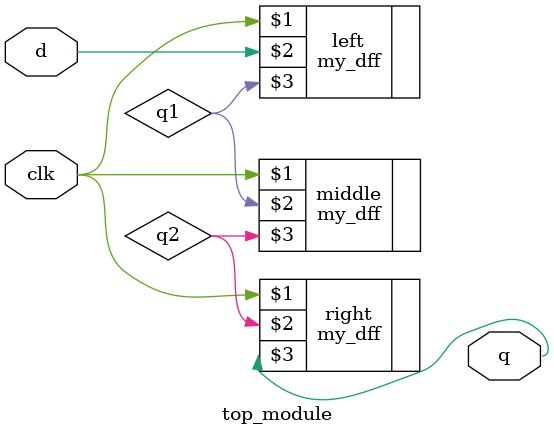
<source format=v>
module top_module ( input clk, input d, output q );
    wire q1, q2;
    my_dff left(clk, d, q1);
    my_dff middle(clk, q1, q2);
    my_dff right(clk, q2, q);
endmodule

</source>
